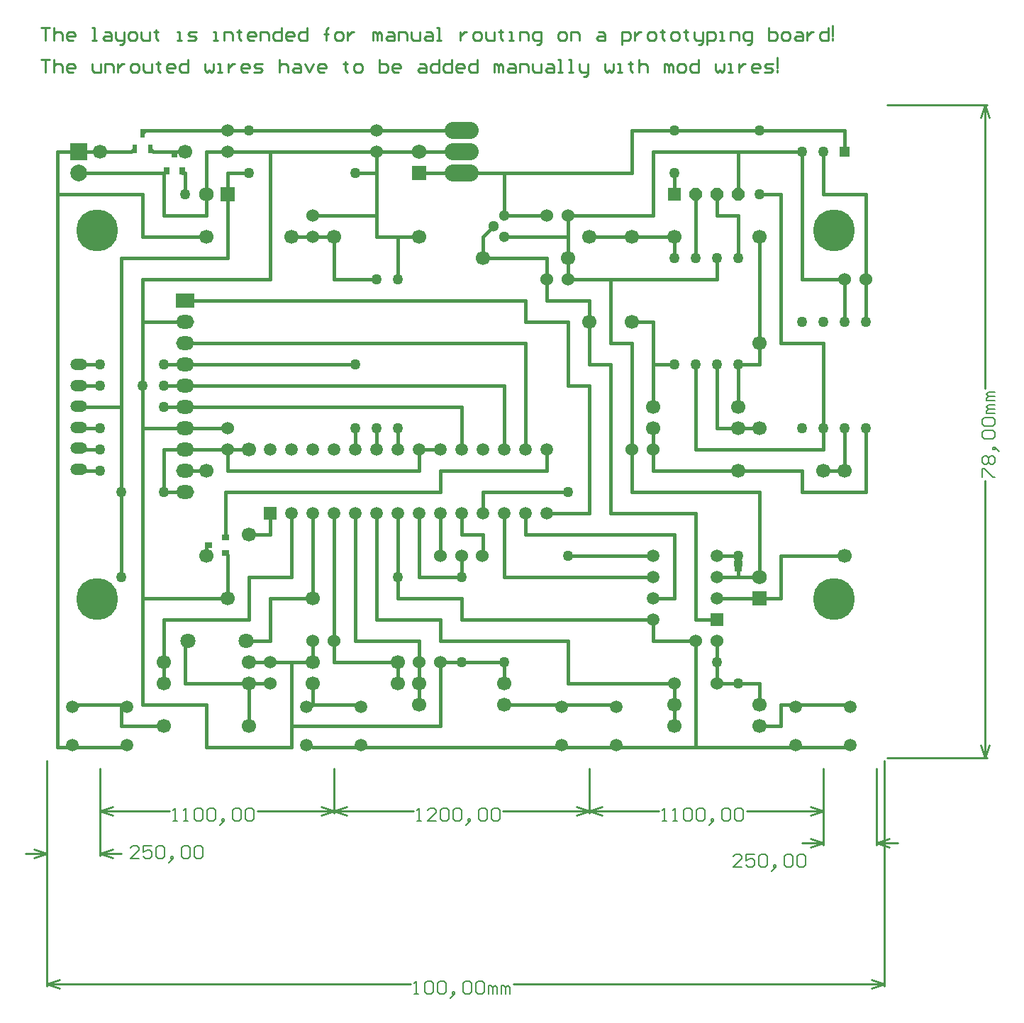
<source format=gbl>
G04 Layer_Physical_Order=2*
G04 Layer_Color=11436288*
%FSLAX25Y25*%
%MOIN*%
G70*
G01*
G75*
%ADD13C,0.01500*%
%ADD14C,0.01000*%
%ADD15C,0.00600*%
%ADD16R,0.07874X0.07874*%
%ADD17C,0.07874*%
%ADD18R,0.05906X0.05906*%
%ADD19C,0.05906*%
%ADD20C,0.06890*%
%ADD21R,0.06890X0.06890*%
%ADD22C,0.19685*%
%ADD23O,0.07874X0.05315*%
%ADD24O,0.08500X0.06500*%
%ADD25R,0.08500X0.06500*%
%ADD26C,0.06000*%
%ADD27C,0.06693*%
%ADD28C,0.07087*%
%ADD29R,0.05906X0.05906*%
%ADD30R,0.06890X0.06890*%
%ADD31O,0.16000X0.08000*%
%ADD32C,0.05118*%
%ADD33C,0.05000*%
%ADD34R,0.05000X0.05000*%
%ADD35R,0.06000X0.06000*%
%ADD36P,0.06494X8X22.5*%
%ADD37R,0.03543X0.03150*%
%ADD38R,0.03150X0.03543*%
%ADD39R,0.02362X0.04331*%
%ADD40R,0.03543X0.03347*%
%ADD41R,0.04000X0.02900*%
D13*
X638701Y638701D02*
X638701Y648701D01*
X558701Y678701D02*
X638701Y678701D01*
X798701Y728701D02*
X798701Y758701D01*
X788701Y728701D02*
X788701Y738701D01*
X808701Y748701D02*
X808701Y758701D01*
X808701Y748701D02*
X818701Y748701D01*
X818701Y728701D02*
X818701Y748701D01*
X778701Y658701D02*
X778701Y678701D01*
X788701Y678701D01*
X818701Y658701D02*
X818701Y678701D01*
X808701Y648701D02*
X818701Y648701D01*
X808701Y648701D02*
X808701Y678701D01*
X818701Y648701D02*
X828701Y648701D01*
X828701Y688701D02*
X828701Y738701D01*
X798701Y638701D02*
X798701Y678701D01*
X798701Y638701D02*
X858701Y638701D01*
X858701Y648701D01*
X858701Y628701D02*
X868701Y628701D01*
X868701Y648701D01*
X868701Y698701D02*
X868701Y718701D01*
X878701Y698701D02*
X878701Y718701D01*
X878701Y758701D01*
X858701Y758701D02*
X878701Y758701D01*
X858701Y758701D02*
X858701Y778701D01*
X778701Y628701D02*
X778701Y638701D01*
X778701Y648701D01*
X828701Y678701D02*
X828701Y688701D01*
X818701Y678701D02*
X828701Y678701D01*
X698701Y728701D02*
X698701Y738701D01*
X703701Y743701D01*
X738701Y718701D02*
X738701Y728701D01*
X708701Y748701D02*
X728701Y748701D01*
X848701Y718701D02*
X848701Y778701D01*
X848701Y718701D02*
X868701Y718701D01*
X818701Y758701D02*
X818701Y778701D01*
X778701Y778701D02*
X818701Y778701D01*
X848701Y778701D01*
X788701Y758701D02*
X788701Y768701D01*
X768701Y788701D02*
X788701Y788701D01*
X858701Y648701D02*
X858701Y688701D01*
X838701Y688701D02*
X858701Y688701D01*
X838701Y688701D02*
X838701Y758701D01*
X828701Y758701D02*
X838701Y758701D01*
X788701Y788701D02*
X828701Y788701D01*
X848701Y618701D02*
X878701Y618701D01*
X878701Y648701D01*
X768701Y618701D02*
X768701Y638701D01*
X828701Y578622D02*
X828701Y618701D01*
X758701Y608701D02*
X758701Y678701D01*
X768701Y638701D02*
X768701Y688701D01*
X508701Y778701D02*
X518701Y778701D01*
X533504Y778701D01*
X534961Y780158D01*
X543898Y778701D02*
X558701Y778701D01*
X542441Y780158D02*
X543898Y778701D01*
X538701Y787244D02*
X540158Y788701D01*
X578701Y788701D01*
X498701Y778701D02*
X508701Y778701D01*
X578701Y788701D02*
X588701Y788701D01*
X648701Y788701D01*
X688701Y788701D01*
X648701Y768701D02*
X648701Y778701D01*
X638701Y768701D02*
X648701Y768701D01*
X738701Y748701D02*
X778701Y748701D01*
X778701Y778701D01*
X748701Y738701D02*
X768701Y738701D01*
X788701Y738701D01*
X768701Y768701D02*
X768701Y788701D01*
X708701Y748701D02*
X708701Y768701D01*
X688701Y768701D02*
X708701Y768701D01*
X768701Y768701D01*
X648701Y778701D02*
X688701Y778701D01*
X668701Y768780D02*
X688622Y768780D01*
X748701Y678701D02*
X748701Y698701D01*
X778701Y678701D02*
X778701Y698701D01*
X768701Y698701D02*
X778701Y698701D01*
X758701Y688701D02*
X768701Y688701D01*
X748701Y678701D02*
X758701Y678701D01*
X738701Y718701D02*
X758701Y718701D01*
X758701Y688701D02*
X758701Y718701D01*
X808701Y718701D01*
X808701Y728701D01*
X748701Y698701D02*
X748701Y708701D01*
X728701Y708701D02*
X748701Y708701D01*
X728701Y708701D02*
X728701Y718701D01*
X728701Y728701D01*
X698701Y728701D02*
X728701Y728701D01*
X718701Y698701D02*
X738701Y698701D01*
X708701Y738701D02*
X738701Y738701D01*
X738701Y728701D02*
X738701Y738701D01*
X738701Y748701D01*
X558701Y668701D02*
X708701Y668701D01*
X558701Y658701D02*
X688701Y658701D01*
X848701Y618701D02*
X848701Y628701D01*
X778701Y628701D02*
X818701Y628701D01*
X848701Y628701D01*
X768701Y618701D02*
X828701Y618701D01*
X798701Y558701D02*
X808701Y558701D01*
X798701Y558701D02*
X798701Y608701D01*
X758701Y608701D02*
X798701Y608701D01*
X838701Y588701D02*
X868701Y588701D01*
X838701Y568701D02*
X838701Y588701D01*
X808701Y568701D02*
X838701Y568701D01*
X808701Y588701D02*
X817701Y588701D01*
X818661Y578701D02*
X818701Y578740D01*
X808701Y578701D02*
X818661Y578701D01*
X818661Y583161D01*
X818661Y578701D02*
X828622Y578701D01*
X718701Y598701D02*
X788701Y598701D01*
X788701Y568701D02*
X788701Y598701D01*
X778701Y568701D02*
X788701Y568701D01*
X708701Y578701D02*
X708701Y608701D01*
X708701Y578701D02*
X778701Y578701D01*
X718701Y598701D02*
X718701Y608701D01*
X738701Y668701D02*
X738701Y698701D01*
X498701Y498701D02*
X528701Y498701D01*
X738701Y668701D02*
X748701Y668701D01*
X748701Y608701D02*
X748701Y668701D01*
X728701Y608701D02*
X748701Y608701D01*
X698701Y608701D02*
X698701Y618701D01*
X738701Y618701D01*
X738701Y588701D02*
X778701Y588701D01*
X688701Y598701D02*
X688701Y608701D01*
X688701Y598701D02*
X698701Y598701D01*
X698701Y588858D02*
X698701Y598701D01*
X678701Y588858D02*
X678701Y608701D01*
X558701Y688701D02*
X718701Y688701D01*
X558701Y708701D02*
X718701Y708701D01*
X718701Y698701D02*
X718701Y708701D01*
X568701Y778701D02*
X578701Y778701D01*
X568701Y778701D02*
X568780Y778622D01*
X578701Y768701D02*
X588701Y768701D01*
X578622Y768622D02*
X578701Y768701D01*
X578622Y758701D02*
X578622Y768622D01*
X568780Y758701D02*
X568780Y778622D01*
X648701Y738701D02*
X648701Y748701D01*
X648701Y768701D01*
X668701Y628701D02*
X668701Y638701D01*
X678701Y638701D01*
X688701Y638701D02*
X688701Y658701D01*
X708701Y638701D02*
X708701Y668701D01*
X718701Y638701D02*
X718701Y688701D01*
X648701Y638701D02*
X648701Y648701D01*
X870354Y498701D02*
X871496Y499843D01*
X870354Y518701D02*
X871496Y517559D01*
X838701Y508701D02*
X838701Y518701D01*
X828701Y508701D02*
X838701Y508701D01*
X838701Y518701D02*
X870354Y518701D01*
X788701Y508701D02*
X788701Y518701D01*
X788701Y528701D01*
X708701Y518701D02*
X760354Y518701D01*
X507559Y517559D02*
X508701Y518701D01*
X618701Y518701D02*
X618701Y528701D01*
X617559Y517559D02*
X618701Y518701D01*
X638701Y518701D01*
X658701Y528701D02*
X658701Y538701D01*
X628701Y548701D02*
X628701Y608701D01*
X738701Y528701D02*
X788701Y528701D01*
X578701Y628701D02*
X668701Y628701D01*
X578701Y628701D02*
X578701Y638701D01*
X558701Y638701D02*
X578701Y638701D01*
X508701Y639331D02*
X509331Y638701D01*
X508701Y629488D02*
X509488Y628701D01*
X508701Y649173D02*
X509173Y648701D01*
X518701Y648701D01*
X508701Y678701D02*
X518701Y678701D01*
X598701Y598701D02*
X598701Y608701D01*
X588701Y598701D02*
X598701Y598701D01*
X728701Y628701D02*
X728701Y638701D01*
X678701Y628701D02*
X728701Y628701D01*
X678701Y618701D02*
X678701Y628701D01*
X577638Y618701D02*
X678701Y618701D01*
X778701Y548701D02*
X778701Y558701D01*
X778701Y548701D02*
X798701Y548701D01*
X828701Y518701D02*
X828701Y528701D01*
X708701Y528701D02*
X708701Y538701D01*
X618701Y538701D02*
X618701Y548701D01*
X628701Y538701D02*
X658701Y538701D01*
X628701Y538701D02*
X628701Y548701D01*
X638701Y548701D02*
X638701Y608701D01*
X648701Y558701D02*
X648701Y608701D01*
X668701Y578701D02*
X668701Y608701D01*
X668701Y578701D02*
X688701Y578701D01*
X688701Y588701D01*
X798701Y498701D02*
X798701Y548701D01*
X618701Y498701D02*
X798701Y498701D01*
X870354Y498701D01*
X558701Y648701D02*
X578701Y648701D01*
X578701Y638701D02*
X588701Y638701D01*
X558701Y628701D02*
X568701Y628701D01*
X528701Y728701D02*
X578622Y728701D01*
X578622Y758701D01*
X598701Y718701D02*
X598701Y778701D01*
X538701Y648701D02*
X558701Y648701D01*
X578701Y778701D02*
X598701Y778701D01*
X648701Y778701D01*
X528701Y508701D02*
X548701Y508701D01*
X508701Y518701D02*
X528701Y518701D01*
X528701Y508701D02*
X528701Y518701D01*
X588701Y538701D02*
X598701Y538701D01*
X538701Y518701D02*
X538701Y568701D01*
X738701Y528701D02*
X738701Y548701D01*
X668701Y518701D02*
X668701Y528701D01*
X638701Y548701D02*
X668701Y548701D01*
X668701Y528701D02*
X668701Y548701D01*
X678701Y548701D02*
X738701Y548701D01*
X648701Y558701D02*
X678701Y558701D01*
X678701Y548701D02*
X678701Y558701D01*
X658701Y568701D02*
X688701Y568701D01*
X688701Y558701D02*
X778701Y558701D01*
X688701Y558701D02*
X688701Y568701D01*
X608701Y508701D02*
X608701Y538701D01*
X608701Y508701D02*
X678701Y508701D01*
X678701Y538701D01*
X598701Y538701D02*
X608701Y538701D01*
X618701Y538701D01*
X538701Y518701D02*
X568701Y518701D01*
X568701Y498701D02*
X568701Y518701D01*
X808701Y528701D02*
X808701Y538701D01*
X808701Y548701D01*
X678701Y538701D02*
X688701Y538701D01*
X708701Y538701D01*
X808701Y528701D02*
X818701Y528701D01*
X828701Y528701D01*
X628701Y718701D02*
X648701Y718701D01*
X628701Y718701D02*
X628701Y738701D01*
X608701Y738701D02*
X618701Y738701D01*
X628701Y738701D01*
X618701Y748701D02*
X648701Y748701D01*
X538701Y718701D02*
X598701Y718701D01*
X538701Y738701D02*
X568701Y738701D01*
X538701Y738701D02*
X538701Y758701D01*
X498701Y758701D02*
X538701Y758701D01*
X498701Y498701D02*
X498701Y758701D01*
X498701Y778701D01*
X508701Y768701D02*
X548701Y768701D01*
X548701Y748701D02*
X568701Y748701D01*
X548701Y748701D02*
X548701Y768701D01*
X568701Y748701D02*
X568701Y758701D01*
X538701Y698701D02*
X558701Y698701D01*
X548701Y638701D02*
X558701Y638701D01*
X568701Y593701D02*
X569764Y593701D01*
X568701Y588701D02*
X568701Y593701D01*
X548701Y618701D02*
X558701Y618701D01*
X548701Y618701D02*
X548701Y638701D01*
X577638Y597441D02*
X577638Y618701D01*
X508701Y658701D02*
X508701Y659016D01*
X508701Y668701D02*
X508701Y668858D01*
X538701Y698701D02*
X538701Y718701D01*
X508701Y638701D02*
X508701Y639331D01*
X548701Y678701D02*
X558701Y678701D01*
X508701Y638701D02*
X509331Y638701D01*
X518701Y638701D01*
X508701Y628701D02*
X508701Y629488D01*
X548701Y668701D02*
X558701Y668701D01*
X508701Y628701D02*
X509488Y628701D01*
X518701Y628701D01*
X538701Y568701D02*
X538701Y648701D01*
X658701Y568701D02*
X658701Y578701D01*
X658701Y608701D01*
X658701Y638701D02*
X658701Y648701D01*
X658701Y718701D02*
X658701Y738701D01*
X648701Y738701D02*
X658701Y738701D01*
X668701Y738701D01*
X557441Y768701D02*
X557441Y769764D01*
X558701Y758701D02*
X558701Y768701D01*
X557441Y768701D02*
X558701Y768701D01*
X548701Y658701D02*
X558701Y658701D01*
X508701Y658701D02*
X528701Y658701D01*
X528701Y578701D02*
X528701Y728701D01*
X538701Y648701D02*
X538701Y668701D01*
X538701Y698701D01*
X508701Y668701D02*
X518701Y668701D01*
X868701Y778701D02*
X868701Y788701D01*
X828701Y788701D02*
X868701Y788701D01*
X538701Y568701D02*
X578701Y568701D01*
X578701Y588898D01*
X618701Y568701D02*
X618701Y608701D01*
X598701Y568701D02*
X618701Y568701D01*
X608701Y578701D02*
X608701Y608701D01*
X588701Y578701D02*
X608701Y578701D01*
X588701Y558701D02*
X588701Y578701D01*
X548701Y558701D02*
X588701Y558701D01*
X548701Y528701D02*
X548701Y538701D01*
X548701Y558701D01*
X588701Y508701D02*
X588701Y528701D01*
X598701Y528701D01*
X598701Y548701D02*
X598701Y568701D01*
X598700Y548700D02*
X598701Y548701D01*
X587480Y548700D02*
X598700Y548700D01*
X568701Y498701D02*
X608701Y498701D01*
X608701Y508701D01*
X558701Y528701D02*
X588701Y528701D01*
X558701Y528701D02*
X558701Y548701D01*
X559921Y548701D01*
D14*
X491201Y837199D02*
X495199Y837199D01*
X493200Y837199D01*
X493200Y831201D01*
X497199Y837199D02*
X497199Y831201D01*
X497199Y834200D01*
X498199Y835200D01*
X500198Y835200D01*
X501198Y834200D01*
X501198Y831201D01*
X506196Y831201D02*
X504197Y831201D01*
X503197Y832201D01*
X503197Y834200D01*
X504197Y835200D01*
X506196Y835200D01*
X507196Y834200D01*
X507196Y833200D01*
X503197Y833200D01*
X515193Y831201D02*
X517192Y831201D01*
X516193Y831201D01*
X516193Y837199D01*
X515193Y837199D01*
X521191Y835200D02*
X523190Y835200D01*
X524190Y834200D01*
X524190Y831201D01*
X521191Y831201D01*
X520191Y832201D01*
X521191Y833200D01*
X524190Y833200D01*
X526190Y835200D02*
X526190Y832201D01*
X527189Y831201D01*
X530188Y831201D01*
X530188Y830201D01*
X529188Y829201D01*
X528189Y829201D01*
X530188Y831201D02*
X530188Y835200D01*
X533187Y831201D02*
X535187Y831201D01*
X536186Y832201D01*
X536186Y834200D01*
X535187Y835200D01*
X533187Y835200D01*
X532188Y834200D01*
X532188Y832201D01*
X533187Y831201D01*
X538186Y835200D02*
X538186Y832201D01*
X539185Y831201D01*
X542184Y831201D01*
X542184Y835200D01*
X545183Y836199D02*
X545183Y835200D01*
X544184Y835200D01*
X546183Y835200D01*
X545183Y835200D01*
X545183Y832201D01*
X546183Y831201D01*
X555180Y831201D02*
X557179Y831201D01*
X556180Y831201D01*
X556180Y835200D01*
X555180Y835200D01*
X560179Y831201D02*
X563177Y831201D01*
X564177Y832201D01*
X563177Y833200D01*
X561178Y833200D01*
X560179Y834200D01*
X561178Y835200D01*
X564177Y835200D01*
X572175Y831201D02*
X574174Y831201D01*
X573174Y831201D01*
X573174Y835200D01*
X572175Y835200D01*
X577173Y831201D02*
X577173Y835200D01*
X580172Y835200D01*
X581172Y834200D01*
X581172Y831201D01*
X584171Y836199D02*
X584171Y835200D01*
X583171Y835200D01*
X585170Y835200D01*
X584171Y835200D01*
X584171Y832201D01*
X585170Y831201D01*
X591168Y831201D02*
X589169Y831201D01*
X588169Y832201D01*
X588169Y834200D01*
X589169Y835200D01*
X591168Y835200D01*
X592168Y834200D01*
X592168Y833200D01*
X588169Y833200D01*
X594168Y831201D02*
X594168Y835200D01*
X597166Y835200D01*
X598166Y834200D01*
X598166Y831201D01*
X604164Y837199D02*
X604164Y831201D01*
X601165Y831201D01*
X600166Y832201D01*
X600166Y834200D01*
X601165Y835200D01*
X604164Y835200D01*
X609163Y831201D02*
X607163Y831201D01*
X606164Y832201D01*
X606164Y834200D01*
X607163Y835200D01*
X609163Y835200D01*
X610162Y834200D01*
X610162Y833200D01*
X606164Y833200D01*
X616160Y837199D02*
X616160Y831201D01*
X613161Y831201D01*
X612162Y832201D01*
X612162Y834200D01*
X613161Y835200D01*
X616160Y835200D01*
X625157Y831201D02*
X625157Y836199D01*
X625157Y834200D01*
X624158Y834200D01*
X626157Y834200D01*
X625157Y834200D01*
X625157Y836199D01*
X626157Y837199D01*
X630156Y831201D02*
X632155Y831201D01*
X633155Y832201D01*
X633155Y834200D01*
X632155Y835200D01*
X630156Y835200D01*
X629156Y834200D01*
X629156Y832201D01*
X630156Y831201D01*
X635154Y835200D02*
X635154Y831201D01*
X635154Y833200D01*
X636154Y834200D01*
X637154Y835200D01*
X638153Y835200D01*
X647150Y831201D02*
X647150Y835200D01*
X648150Y835200D01*
X649150Y834200D01*
X649150Y831201D01*
X649150Y834200D01*
X650149Y835200D01*
X651149Y834200D01*
X651149Y831201D01*
X654148Y835200D02*
X656147Y835200D01*
X657147Y834200D01*
X657147Y831201D01*
X654148Y831201D01*
X653148Y832201D01*
X654148Y833200D01*
X657147Y833200D01*
X659146Y831201D02*
X659146Y835200D01*
X662146Y835200D01*
X663145Y834200D01*
X663145Y831201D01*
X665144Y835200D02*
X665144Y832201D01*
X666144Y831201D01*
X669143Y831201D01*
X669143Y835200D01*
X672142Y835200D02*
X674142Y835200D01*
X675141Y834200D01*
X675141Y831201D01*
X672142Y831201D01*
X671143Y832201D01*
X672142Y833200D01*
X675141Y833200D01*
X677141Y831201D02*
X679140Y831201D01*
X678140Y831201D01*
X678140Y837199D01*
X677141Y837199D01*
X688137Y835200D02*
X688137Y831201D01*
X688137Y833200D01*
X689137Y834200D01*
X690136Y835200D01*
X691136Y835200D01*
X695135Y831201D02*
X697134Y831201D01*
X698134Y832201D01*
X698134Y834200D01*
X697134Y835200D01*
X695135Y835200D01*
X694135Y834200D01*
X694135Y832201D01*
X695135Y831201D01*
X700133Y835200D02*
X700133Y832201D01*
X701133Y831201D01*
X704132Y831201D01*
X704132Y835200D01*
X707131Y836199D02*
X707131Y835200D01*
X706131Y835200D01*
X708131Y835200D01*
X707131Y835200D01*
X707131Y832201D01*
X708131Y831201D01*
X711130Y831201D02*
X713129Y831201D01*
X712129Y831201D01*
X712129Y835200D01*
X711130Y835200D01*
X716128Y831201D02*
X716128Y835200D01*
X719127Y835200D01*
X720127Y834200D01*
X720127Y831201D01*
X724125Y829201D02*
X725125Y829201D01*
X726125Y830201D01*
X726125Y835200D01*
X723126Y835200D01*
X722126Y834200D01*
X722126Y832201D01*
X723126Y831201D01*
X726125Y831201D01*
X735122Y831201D02*
X737121Y831201D01*
X738121Y832201D01*
X738121Y834200D01*
X737121Y835200D01*
X735122Y835200D01*
X734122Y834200D01*
X734122Y832201D01*
X735122Y831201D01*
X740120Y831201D02*
X740120Y835200D01*
X743119Y835200D01*
X744119Y834200D01*
X744119Y831201D01*
X753116Y835200D02*
X755115Y835200D01*
X756115Y834200D01*
X756115Y831201D01*
X753116Y831201D01*
X752116Y832201D01*
X753116Y833200D01*
X756115Y833200D01*
X764113Y829201D02*
X764113Y835200D01*
X767111Y835200D01*
X768111Y834200D01*
X768111Y832201D01*
X767111Y831201D01*
X764113Y831201D01*
X770111Y835200D02*
X770111Y831201D01*
X770111Y833200D01*
X771110Y834200D01*
X772110Y835200D01*
X773110Y835200D01*
X777108Y831201D02*
X779108Y831201D01*
X780107Y832201D01*
X780107Y834200D01*
X779108Y835200D01*
X777108Y835200D01*
X776109Y834200D01*
X776109Y832201D01*
X777108Y831201D01*
X783106Y836199D02*
X783106Y835200D01*
X782107Y835200D01*
X784106Y835200D01*
X783106Y835200D01*
X783106Y832201D01*
X784106Y831201D01*
X788105Y831201D02*
X790104Y831201D01*
X791104Y832201D01*
X791104Y834200D01*
X790104Y835200D01*
X788105Y835200D01*
X787105Y834200D01*
X787105Y832201D01*
X788105Y831201D01*
X794103Y836199D02*
X794103Y835200D01*
X793103Y835200D01*
X795103Y835200D01*
X794103Y835200D01*
X794103Y832201D01*
X795103Y831201D01*
X798102Y835200D02*
X798102Y832201D01*
X799101Y831201D01*
X802100Y831201D01*
X802100Y830201D01*
X801101Y829201D01*
X800101Y829201D01*
X802100Y831201D02*
X802100Y835200D01*
X804099Y829201D02*
X804099Y835200D01*
X807099Y835200D01*
X808098Y834200D01*
X808098Y832201D01*
X807099Y831201D01*
X804099Y831201D01*
X810098Y831201D02*
X812097Y831201D01*
X811097Y831201D01*
X811097Y835200D01*
X810098Y835200D01*
X815096Y831201D02*
X815096Y835200D01*
X818095Y835200D01*
X819095Y834200D01*
X819095Y831201D01*
X823093Y829201D02*
X824093Y829201D01*
X825093Y830201D01*
X825093Y835200D01*
X822094Y835200D01*
X821094Y834200D01*
X821094Y832201D01*
X822094Y831201D01*
X825093Y831201D01*
X833090Y837199D02*
X833090Y831201D01*
X836089Y831201D01*
X837089Y832201D01*
X837089Y833200D01*
X837089Y834200D01*
X836089Y835200D01*
X833090Y835200D01*
X840088Y831201D02*
X842087Y831201D01*
X843087Y832201D01*
X843087Y834200D01*
X842087Y835200D01*
X840088Y835200D01*
X839088Y834200D01*
X839088Y832201D01*
X840088Y831201D01*
X846086Y835200D02*
X848085Y835200D01*
X849085Y834200D01*
X849085Y831201D01*
X846086Y831201D01*
X845086Y832201D01*
X846086Y833200D01*
X849085Y833200D01*
X851084Y835200D02*
X851084Y831201D01*
X851084Y833200D01*
X852084Y834200D01*
X853084Y835200D01*
X854083Y835200D01*
X861081Y837199D02*
X861081Y831201D01*
X858082Y831201D01*
X857082Y832201D01*
X857082Y834200D01*
X858082Y835200D01*
X861081Y835200D01*
X863081Y833200D02*
X863081Y838198D01*
X863081Y832201D02*
X863081Y831201D01*
X491201Y822199D02*
X495199Y822199D01*
X493200Y822199D01*
X493200Y816201D01*
X497199Y822199D02*
X497199Y816201D01*
X497199Y819200D01*
X498199Y820199D01*
X500198Y820199D01*
X501198Y819200D01*
X501198Y816201D01*
X506196Y816201D02*
X504197Y816201D01*
X503197Y817200D01*
X503197Y819200D01*
X504197Y820199D01*
X506196Y820199D01*
X507196Y819200D01*
X507196Y818200D01*
X503197Y818200D01*
X515193Y820199D02*
X515193Y817200D01*
X516193Y816201D01*
X519192Y816201D01*
X519192Y820199D01*
X521191Y816201D02*
X521191Y820199D01*
X524190Y820199D01*
X525190Y819200D01*
X525190Y816201D01*
X527189Y820199D02*
X527189Y816201D01*
X527189Y818200D01*
X528189Y819200D01*
X529188Y820199D01*
X530188Y820199D01*
X534187Y816201D02*
X536186Y816201D01*
X537186Y817200D01*
X537186Y819200D01*
X536186Y820199D01*
X534187Y820199D01*
X533187Y819200D01*
X533187Y817200D01*
X534187Y816201D01*
X539185Y820199D02*
X539185Y817200D01*
X540185Y816201D01*
X543184Y816201D01*
X543184Y820199D01*
X546183Y821199D02*
X546183Y820199D01*
X545183Y820199D01*
X547183Y820199D01*
X546183Y820199D01*
X546183Y817200D01*
X547183Y816201D01*
X553181Y816201D02*
X551181Y816201D01*
X550182Y817200D01*
X550182Y819200D01*
X551181Y820199D01*
X553181Y820199D01*
X554180Y819200D01*
X554180Y818200D01*
X550182Y818200D01*
X560179Y822199D02*
X560179Y816201D01*
X557179Y816201D01*
X556180Y817200D01*
X556180Y819200D01*
X557179Y820199D01*
X560179Y820199D01*
X568176Y820199D02*
X568176Y817200D01*
X569176Y816201D01*
X570175Y817200D01*
X571175Y816201D01*
X572175Y817200D01*
X572175Y820199D01*
X574174Y816201D02*
X576173Y816201D01*
X575174Y816201D01*
X575174Y820199D01*
X574174Y820199D01*
X579172Y820199D02*
X579172Y816201D01*
X579172Y818200D01*
X580172Y819200D01*
X581172Y820199D01*
X582171Y820199D01*
X588169Y816201D02*
X586170Y816201D01*
X585170Y817200D01*
X585170Y819200D01*
X586170Y820199D01*
X588169Y820199D01*
X589169Y819200D01*
X589169Y818200D01*
X585170Y818200D01*
X591168Y816201D02*
X594168Y816201D01*
X595167Y817200D01*
X594168Y818200D01*
X592168Y818200D01*
X591168Y819200D01*
X592168Y820199D01*
X595167Y820199D01*
X603165Y822199D02*
X603165Y816201D01*
X603165Y819200D01*
X604164Y820199D01*
X606164Y820199D01*
X607163Y819200D01*
X607163Y816201D01*
X610162Y820199D02*
X612162Y820199D01*
X613161Y819200D01*
X613161Y816201D01*
X610162Y816201D01*
X609163Y817200D01*
X610162Y818200D01*
X613161Y818200D01*
X615161Y820199D02*
X617160Y816201D01*
X619159Y820199D01*
X624158Y816201D02*
X622158Y816201D01*
X621159Y817200D01*
X621159Y819200D01*
X622158Y820199D01*
X624158Y820199D01*
X625157Y819200D01*
X625157Y818200D01*
X621159Y818200D01*
X634155Y821199D02*
X634155Y820199D01*
X633155Y820199D01*
X635154Y820199D01*
X634155Y820199D01*
X634155Y817200D01*
X635154Y816201D01*
X639153Y816201D02*
X641152Y816201D01*
X642152Y817200D01*
X642152Y819200D01*
X641152Y820199D01*
X639153Y820199D01*
X638153Y819200D01*
X638153Y817200D01*
X639153Y816201D01*
X650149Y822199D02*
X650149Y816201D01*
X653148Y816201D01*
X654148Y817200D01*
X654148Y818200D01*
X654148Y819200D01*
X653148Y820199D01*
X650149Y820199D01*
X659146Y816201D02*
X657147Y816201D01*
X656147Y817200D01*
X656147Y819200D01*
X657147Y820199D01*
X659146Y820199D01*
X660146Y819200D01*
X660146Y818200D01*
X656147Y818200D01*
X669143Y820199D02*
X671143Y820199D01*
X672142Y819200D01*
X672142Y816201D01*
X669143Y816201D01*
X668144Y817200D01*
X669143Y818200D01*
X672142Y818200D01*
X678140Y822199D02*
X678140Y816201D01*
X675141Y816201D01*
X674142Y817200D01*
X674142Y819200D01*
X675141Y820199D01*
X678140Y820199D01*
X684138Y822199D02*
X684138Y816201D01*
X681139Y816201D01*
X680140Y817200D01*
X680140Y819200D01*
X681139Y820199D01*
X684138Y820199D01*
X689137Y816201D02*
X687137Y816201D01*
X686138Y817200D01*
X686138Y819200D01*
X687137Y820199D01*
X689137Y820199D01*
X690136Y819200D01*
X690136Y818200D01*
X686138Y818200D01*
X696135Y822199D02*
X696135Y816201D01*
X693135Y816201D01*
X692136Y817200D01*
X692136Y819200D01*
X693135Y820199D01*
X696135Y820199D01*
X704132Y816201D02*
X704132Y820199D01*
X705132Y820199D01*
X706131Y819200D01*
X706131Y816201D01*
X706131Y819200D01*
X707131Y820199D01*
X708131Y819200D01*
X708131Y816201D01*
X711130Y820199D02*
X713129Y820199D01*
X714129Y819200D01*
X714129Y816201D01*
X711130Y816201D01*
X710130Y817200D01*
X711130Y818200D01*
X714129Y818200D01*
X716128Y816201D02*
X716128Y820199D01*
X719127Y820199D01*
X720127Y819200D01*
X720127Y816201D01*
X722126Y820199D02*
X722126Y817200D01*
X723126Y816201D01*
X726125Y816201D01*
X726125Y820199D01*
X729124Y820199D02*
X731123Y820199D01*
X732123Y819200D01*
X732123Y816201D01*
X729124Y816201D01*
X728124Y817200D01*
X729124Y818200D01*
X732123Y818200D01*
X734122Y816201D02*
X736122Y816201D01*
X735122Y816201D01*
X735122Y822199D01*
X734122Y822199D01*
X739121Y816201D02*
X741120Y816201D01*
X740120Y816201D01*
X740120Y822199D01*
X739121Y822199D01*
X744119Y820199D02*
X744119Y817200D01*
X745119Y816201D01*
X748118Y816201D01*
X748118Y815201D01*
X747118Y814201D01*
X746118Y814201D01*
X748118Y816201D02*
X748118Y820199D01*
X756115Y820199D02*
X756115Y817200D01*
X757115Y816201D01*
X758114Y817200D01*
X759114Y816201D01*
X760114Y817200D01*
X760114Y820199D01*
X762113Y816201D02*
X764113Y816201D01*
X763113Y816201D01*
X763113Y820199D01*
X762113Y820199D01*
X768111Y821199D02*
X768111Y820199D01*
X767111Y820199D01*
X769111Y820199D01*
X768111Y820199D01*
X768111Y817200D01*
X769111Y816201D01*
X772110Y822199D02*
X772110Y816201D01*
X772110Y819200D01*
X773110Y820199D01*
X775109Y820199D01*
X776109Y819200D01*
X776109Y816201D01*
X784106Y816201D02*
X784106Y820199D01*
X785106Y820199D01*
X786105Y819200D01*
X786105Y816201D01*
X786105Y819200D01*
X787105Y820199D01*
X788105Y819200D01*
X788105Y816201D01*
X791104Y816201D02*
X793103Y816201D01*
X794103Y817200D01*
X794103Y819200D01*
X793103Y820199D01*
X791104Y820199D01*
X790104Y819200D01*
X790104Y817200D01*
X791104Y816201D01*
X800101Y822199D02*
X800101Y816201D01*
X797102Y816201D01*
X796102Y817200D01*
X796102Y819200D01*
X797102Y820199D01*
X800101Y820199D01*
X808098Y820199D02*
X808098Y817200D01*
X809098Y816201D01*
X810098Y817200D01*
X811097Y816201D01*
X812097Y817200D01*
X812097Y820199D01*
X814096Y816201D02*
X816096Y816201D01*
X815096Y816201D01*
X815096Y820199D01*
X814096Y820199D01*
X819095Y820199D02*
X819095Y816201D01*
X819095Y818200D01*
X820094Y819200D01*
X821094Y820199D01*
X822094Y820199D01*
X828092Y816201D02*
X826092Y816201D01*
X825093Y817200D01*
X825093Y819200D01*
X826092Y820199D01*
X828092Y820199D01*
X829091Y819200D01*
X829091Y818200D01*
X825093Y818200D01*
X831091Y816201D02*
X834090Y816201D01*
X835089Y817200D01*
X834090Y818200D01*
X832090Y818200D01*
X831091Y819200D01*
X832090Y820199D01*
X835089Y820199D01*
X837089Y818200D02*
X837089Y823199D01*
X837089Y817200D02*
X837089Y816201D01*
X628701Y467701D02*
X628701Y488701D01*
X518701Y467701D02*
X518701Y488701D01*
X592695Y468701D02*
X628701Y468701D01*
X518701Y468701D02*
X551507Y468701D01*
X622701Y470701D02*
X628701Y468701D01*
X622701Y466701D02*
X628701Y468701D01*
X518701Y468701D02*
X524701Y466701D01*
X518701Y468701D02*
X524701Y470701D01*
X748701Y467701D02*
X748701Y488701D01*
X628701Y467701D02*
X628701Y488701D01*
X708194Y468701D02*
X748701Y468701D01*
X628701Y468701D02*
X666007Y468701D01*
X742701Y470701D02*
X748701Y468701D01*
X742701Y466701D02*
X748701Y468701D01*
X628701Y468701D02*
X634701Y466701D01*
X628701Y468701D02*
X634701Y470701D01*
X858701Y467701D02*
X858701Y488701D01*
X748701Y467701D02*
X748701Y488701D01*
X822695Y468701D02*
X858701Y468701D01*
X748701Y468701D02*
X781507Y468701D01*
X852701Y470701D02*
X858701Y468701D01*
X852701Y466701D02*
X858701Y468701D01*
X748701Y468701D02*
X754701Y466701D01*
X748701Y468701D02*
X754701Y470701D01*
X518701Y447701D02*
X518701Y488701D01*
X493701Y447701D02*
X493701Y488701D01*
X483701Y448701D02*
X493701Y448701D01*
X518701Y448701D02*
X528701Y448701D01*
X487701Y450701D02*
X493701Y448701D01*
X487701Y446701D02*
X493701Y448701D01*
X518701Y448701D02*
X524701Y446701D01*
X518701Y448701D02*
X524701Y450701D01*
X858701Y452701D02*
X858701Y488701D01*
X883701Y452701D02*
X883701Y488701D01*
X883701Y453701D02*
X893701Y453701D01*
X848701Y453701D02*
X858701Y453701D01*
X883701Y453701D02*
X889701Y451701D01*
X883701Y453701D02*
X889701Y455701D01*
X852701Y455701D02*
X858701Y453701D01*
X852701Y451701D02*
X858701Y453701D01*
X887402Y386402D02*
X887402Y492307D01*
X493701Y386402D02*
X493701Y492307D01*
X713044Y387402D02*
X887402Y387402D01*
X493701Y387402D02*
X664858Y387402D01*
X881402Y389402D02*
X887402Y387402D01*
X881402Y385402D02*
X887402Y387402D01*
X493701Y387402D02*
X499701Y385402D01*
X493701Y387402D02*
X499701Y389402D01*
X888795Y800787D02*
X935646Y800787D01*
X888795Y493701D02*
X935646Y493701D01*
X934646Y667238D02*
X934646Y800787D01*
X934646Y493701D02*
X934646Y624051D01*
X932646Y794787D02*
X934646Y800787D01*
X936646Y794787D01*
X934646Y493701D02*
X936646Y499701D01*
X932646Y499701D02*
X934646Y493701D01*
D15*
X553107Y464102D02*
X555106Y464102D01*
X554107Y464102D01*
X554107Y470100D01*
X553107Y469101D01*
X558105Y464102D02*
X560105Y464102D01*
X559105Y464102D01*
X559105Y470100D01*
X558105Y469101D01*
X563104Y469101D02*
X564103Y470100D01*
X566103Y470100D01*
X567102Y469101D01*
X567102Y465102D01*
X566103Y464102D01*
X564103Y464102D01*
X563104Y465102D01*
X563104Y469101D01*
X569102Y469101D02*
X570101Y470100D01*
X572101Y470100D01*
X573101Y469101D01*
X573101Y465102D01*
X572101Y464102D01*
X570101Y464102D01*
X569102Y465102D01*
X569102Y469101D01*
X576099Y463102D02*
X577099Y464102D01*
X577099Y465102D01*
X576099Y465102D01*
X576099Y464102D01*
X577099Y464102D01*
X576099Y463102D01*
X575100Y462103D01*
X581098Y469101D02*
X582097Y470100D01*
X584097Y470100D01*
X585097Y469101D01*
X585097Y465102D01*
X584097Y464102D01*
X582097Y464102D01*
X581098Y465102D01*
X581098Y469101D01*
X587096Y469101D02*
X588096Y470100D01*
X590095Y470100D01*
X591095Y469101D01*
X591095Y465102D01*
X590095Y464102D01*
X588096Y464102D01*
X587096Y465102D01*
X587096Y469101D01*
X667607Y464102D02*
X669606Y464102D01*
X668607Y464102D01*
X668607Y470100D01*
X667607Y469101D01*
X676604Y464102D02*
X672606Y464102D01*
X676604Y468101D01*
X676604Y469101D01*
X675604Y470100D01*
X673605Y470100D01*
X672606Y469101D01*
X678604Y469101D02*
X679603Y470100D01*
X681603Y470100D01*
X682602Y469101D01*
X682602Y465102D01*
X681603Y464102D01*
X679603Y464102D01*
X678604Y465102D01*
X678604Y469101D01*
X684602Y469101D02*
X685601Y470100D01*
X687601Y470100D01*
X688600Y469101D01*
X688600Y465102D01*
X687601Y464102D01*
X685601Y464102D01*
X684602Y465102D01*
X684602Y469101D01*
X691599Y463102D02*
X692599Y464102D01*
X692599Y465102D01*
X691599Y465102D01*
X691599Y464102D01*
X692599Y464102D01*
X691599Y463102D01*
X690600Y462103D01*
X696598Y469101D02*
X697597Y470100D01*
X699597Y470100D01*
X700596Y469101D01*
X700596Y465102D01*
X699597Y464102D01*
X697597Y464102D01*
X696598Y465102D01*
X696598Y469101D01*
X702596Y469101D02*
X703595Y470100D01*
X705595Y470100D01*
X706595Y469101D01*
X706595Y465102D01*
X705595Y464102D01*
X703595Y464102D01*
X702596Y465102D01*
X702596Y469101D01*
X783107Y464102D02*
X785106Y464102D01*
X784107Y464102D01*
X784107Y470100D01*
X783107Y469101D01*
X788105Y464102D02*
X790105Y464102D01*
X789105Y464102D01*
X789105Y470100D01*
X788105Y469101D01*
X793104Y469101D02*
X794103Y470100D01*
X796103Y470100D01*
X797102Y469101D01*
X797102Y465102D01*
X796103Y464102D01*
X794103Y464102D01*
X793104Y465102D01*
X793104Y469101D01*
X799102Y469101D02*
X800101Y470100D01*
X802101Y470100D01*
X803100Y469101D01*
X803100Y465102D01*
X802101Y464102D01*
X800101Y464102D01*
X799102Y465102D01*
X799102Y469101D01*
X806100Y463102D02*
X807099Y464102D01*
X807099Y465102D01*
X806100Y465102D01*
X806100Y464102D01*
X807099Y464102D01*
X806100Y463102D01*
X805100Y462103D01*
X811098Y469101D02*
X812097Y470100D01*
X814097Y470100D01*
X815097Y469101D01*
X815097Y465102D01*
X814097Y464102D01*
X812097Y464102D01*
X811098Y465102D01*
X811098Y469101D01*
X817096Y469101D02*
X818096Y470100D01*
X820095Y470100D01*
X821095Y469101D01*
X821095Y465102D01*
X820095Y464102D01*
X818096Y464102D01*
X817096Y465102D01*
X817096Y469101D01*
X537070Y446457D02*
X533071Y446457D01*
X537070Y450455D01*
X537070Y451455D01*
X536070Y452455D01*
X534071Y452455D01*
X533071Y451455D01*
X543068Y452455D02*
X539069Y452455D01*
X539069Y449456D01*
X541068Y450455D01*
X542068Y450455D01*
X543068Y449456D01*
X543068Y447456D01*
X542068Y446457D01*
X540069Y446457D01*
X539069Y447456D01*
X545067Y451455D02*
X546067Y452455D01*
X548066Y452455D01*
X549066Y451455D01*
X549066Y447456D01*
X548066Y446457D01*
X546067Y446457D01*
X545067Y447456D01*
X545067Y451455D01*
X552065Y445457D02*
X553064Y446457D01*
X553064Y447456D01*
X552065Y447456D01*
X552065Y446457D01*
X553064Y446457D01*
X552065Y445457D01*
X551065Y444457D01*
X557063Y451455D02*
X558063Y452455D01*
X560062Y452455D01*
X561062Y451455D01*
X561062Y447456D01*
X560062Y446457D01*
X558063Y446457D01*
X557063Y447456D01*
X557063Y451455D01*
X563061Y451455D02*
X564061Y452455D01*
X566060Y452455D01*
X567060Y451455D01*
X567060Y447456D01*
X566060Y446457D01*
X564061Y446457D01*
X563061Y447456D01*
X563061Y451455D01*
X820534Y442520D02*
X816535Y442520D01*
X820534Y446518D01*
X820534Y447518D01*
X819534Y448518D01*
X817535Y448518D01*
X816535Y447518D01*
X826532Y448518D02*
X822534Y448518D01*
X822534Y445519D01*
X824533Y446518D01*
X825533Y446518D01*
X826532Y445519D01*
X826532Y443519D01*
X825533Y442520D01*
X823533Y442520D01*
X822534Y443519D01*
X828532Y447518D02*
X829531Y448518D01*
X831531Y448518D01*
X832530Y447518D01*
X832530Y443519D01*
X831531Y442520D01*
X829531Y442520D01*
X828532Y443519D01*
X828532Y447518D01*
X835529Y441520D02*
X836529Y442520D01*
X836529Y443519D01*
X835529Y443519D01*
X835529Y442520D01*
X836529Y442520D01*
X835529Y441520D01*
X834530Y440520D01*
X840528Y447518D02*
X841527Y448518D01*
X843527Y448518D01*
X844526Y447518D01*
X844526Y443519D01*
X843527Y442520D01*
X841527Y442520D01*
X840528Y443519D01*
X840528Y447518D01*
X846526Y447518D02*
X847525Y448518D01*
X849525Y448518D01*
X850525Y447518D01*
X850525Y443519D01*
X849525Y442520D01*
X847525Y442520D01*
X846526Y443519D01*
X846526Y447518D01*
X666459Y382803D02*
X668458Y382803D01*
X667458Y382803D01*
X667458Y388801D01*
X666459Y387801D01*
X671457Y387801D02*
X672457Y388801D01*
X674456Y388801D01*
X675456Y387801D01*
X675456Y383803D01*
X674456Y382803D01*
X672457Y382803D01*
X671457Y383803D01*
X671457Y387801D01*
X677455Y387801D02*
X678455Y388801D01*
X680454Y388801D01*
X681454Y387801D01*
X681454Y383803D01*
X680454Y382803D01*
X678455Y382803D01*
X677455Y383803D01*
X677455Y387801D01*
X684453Y381803D02*
X685452Y382803D01*
X685452Y383803D01*
X684453Y383803D01*
X684453Y382803D01*
X685452Y382803D01*
X684453Y381803D01*
X683453Y380803D01*
X689451Y387801D02*
X690451Y388801D01*
X692450Y388801D01*
X693450Y387801D01*
X693450Y383803D01*
X692450Y382803D01*
X690451Y382803D01*
X689451Y383803D01*
X689451Y387801D01*
X695449Y387801D02*
X696449Y388801D01*
X698448Y388801D01*
X699448Y387801D01*
X699448Y383803D01*
X698448Y382803D01*
X696449Y382803D01*
X695449Y383803D01*
X695449Y387801D01*
X701447Y382803D02*
X701447Y386802D01*
X702447Y386802D01*
X703446Y385802D01*
X703446Y382803D01*
X703446Y385802D01*
X704446Y386802D01*
X705446Y385802D01*
X705446Y382803D01*
X707445Y382803D02*
X707445Y386802D01*
X708445Y386802D01*
X709445Y385802D01*
X709445Y382803D01*
X709445Y385802D01*
X710444Y386802D01*
X711444Y385802D01*
X711444Y382803D01*
X933246Y625651D02*
X933246Y629649D01*
X934246Y629649D01*
X938245Y625651D01*
X939244Y625651D01*
X934246Y631649D02*
X933246Y632648D01*
X933246Y634648D01*
X934246Y635647D01*
X935246Y635647D01*
X936245Y634648D01*
X937245Y635647D01*
X938245Y635647D01*
X939244Y634648D01*
X939244Y632648D01*
X938245Y631649D01*
X937245Y631649D01*
X936245Y632648D01*
X935246Y631649D01*
X934246Y631649D01*
X936245Y632648D02*
X936245Y634648D01*
X940244Y638646D02*
X939244Y639646D01*
X938245Y639646D01*
X938245Y638646D01*
X939244Y638646D01*
X939244Y639646D01*
X940244Y638646D01*
X941244Y637647D01*
X934246Y643645D02*
X933246Y644644D01*
X933246Y646644D01*
X934246Y647644D01*
X938245Y647644D01*
X939244Y646644D01*
X939244Y644644D01*
X938245Y643645D01*
X934246Y643645D01*
X934246Y649643D02*
X933246Y650642D01*
X933246Y652642D01*
X934246Y653642D01*
X938245Y653642D01*
X939244Y652642D01*
X939244Y650642D01*
X938245Y649643D01*
X934246Y649643D01*
X939244Y655641D02*
X935246Y655641D01*
X935246Y656640D01*
X936245Y657640D01*
X939244Y657640D01*
X936245Y657640D01*
X935246Y658640D01*
X936245Y659640D01*
X939244Y659640D01*
X939244Y661639D02*
X935246Y661639D01*
X935246Y662639D01*
X936245Y663638D01*
X939244Y663638D01*
X936245Y663638D01*
X935246Y664638D01*
X936245Y665638D01*
X939244Y665638D01*
D16*
X508701Y778701D02*
D03*
D17*
X508701Y768701D02*
D03*
D18*
X808701Y558701D02*
D03*
D19*
X808701Y568701D02*
D03*
X808701Y578701D02*
D03*
X808701Y588701D02*
D03*
X778701Y558701D02*
D03*
X778701Y568701D02*
D03*
X778701Y578701D02*
D03*
X778701Y588701D02*
D03*
X531496Y499843D02*
D03*
X531496Y517559D02*
D03*
X505905Y499843D02*
D03*
X505905Y517559D02*
D03*
X615906Y517559D02*
D03*
X615906Y499843D02*
D03*
X641496Y517559D02*
D03*
X641496Y499843D02*
D03*
X608701Y608701D02*
D03*
X618701Y608701D02*
D03*
X628701Y608701D02*
D03*
X638701Y608701D02*
D03*
X648701Y608701D02*
D03*
X658701Y608701D02*
D03*
X668701Y608701D02*
D03*
X678701Y608701D02*
D03*
X688701Y608701D02*
D03*
X698701Y608701D02*
D03*
X708701Y608701D02*
D03*
X718701Y608701D02*
D03*
X728701Y608701D02*
D03*
X598701Y638701D02*
D03*
X608701Y638701D02*
D03*
X618701Y638701D02*
D03*
X628701Y638701D02*
D03*
X638701Y638701D02*
D03*
X648701Y638701D02*
D03*
X658701Y638701D02*
D03*
X668701Y638701D02*
D03*
X678701Y638701D02*
D03*
X688701Y638701D02*
D03*
X698701Y638701D02*
D03*
X708701Y638701D02*
D03*
X718701Y638701D02*
D03*
X728701Y638701D02*
D03*
X845905Y517559D02*
D03*
X845905Y499843D02*
D03*
X871496Y517559D02*
D03*
X871496Y499843D02*
D03*
X735906Y517559D02*
D03*
X735906Y499843D02*
D03*
X761496Y517559D02*
D03*
X761496Y499843D02*
D03*
D20*
X668701Y778622D02*
D03*
X568780Y758701D02*
D03*
X828701Y578622D02*
D03*
D21*
X668701Y768780D02*
D03*
X828701Y568780D02*
D03*
D22*
X517323Y568504D02*
D03*
X517323Y741732D02*
D03*
X863780Y568504D02*
D03*
X863780Y741732D02*
D03*
D23*
X508701Y678701D02*
D03*
X508701Y668858D02*
D03*
X508701Y659016D02*
D03*
X508701Y649173D02*
D03*
X508701Y639331D02*
D03*
X508701Y629488D02*
D03*
D24*
X558701Y618701D02*
D03*
X558701Y628701D02*
D03*
X558701Y638701D02*
D03*
X558701Y648701D02*
D03*
X558701Y658701D02*
D03*
X558701Y668701D02*
D03*
X558701Y678701D02*
D03*
X558701Y688701D02*
D03*
X558701Y698701D02*
D03*
D25*
X558701Y708701D02*
D03*
D26*
X688701Y588701D02*
D03*
X678858Y588701D02*
D03*
X698543Y588701D02*
D03*
X598701Y528701D02*
D03*
X598701Y538701D02*
D03*
X628701Y548701D02*
D03*
X618701Y548701D02*
D03*
X578701Y638701D02*
D03*
X578701Y648701D02*
D03*
X618701Y738701D02*
D03*
X618701Y748701D02*
D03*
X578701Y788701D02*
D03*
X578701Y778701D02*
D03*
X648701Y788701D02*
D03*
X648701Y778701D02*
D03*
X738701Y718701D02*
D03*
X728701Y718701D02*
D03*
X738701Y748701D02*
D03*
X728701Y748701D02*
D03*
X868701Y718701D02*
D03*
X878701Y718701D02*
D03*
X768701Y638701D02*
D03*
X778701Y638701D02*
D03*
X808701Y548701D02*
D03*
X798701Y548701D02*
D03*
X788701Y528701D02*
D03*
X808701Y528701D02*
D03*
X668701Y538701D02*
D03*
X678701Y538701D02*
D03*
D27*
X588701Y508701D02*
D03*
X548701Y508701D02*
D03*
X548701Y528701D02*
D03*
X588701Y528701D02*
D03*
X588701Y538701D02*
D03*
X548701Y538701D02*
D03*
X578701Y568701D02*
D03*
X618701Y568701D02*
D03*
X658701Y528701D02*
D03*
X618701Y528701D02*
D03*
X618701Y538701D02*
D03*
X658701Y538701D02*
D03*
X668701Y518701D02*
D03*
X708701Y518701D02*
D03*
X708701Y528701D02*
D03*
X668701Y528701D02*
D03*
X588701Y598701D02*
D03*
X588701Y638701D02*
D03*
X568701Y628701D02*
D03*
X568701Y588701D02*
D03*
X668701Y738701D02*
D03*
X628701Y738701D02*
D03*
X608701Y738701D02*
D03*
X568701Y738701D02*
D03*
X558701Y778701D02*
D03*
X518701Y778701D02*
D03*
X738701Y728701D02*
D03*
X698701Y728701D02*
D03*
X748701Y698701D02*
D03*
X748701Y738701D02*
D03*
X768701Y738701D02*
D03*
X768701Y698701D02*
D03*
X788701Y738701D02*
D03*
X828701Y738701D02*
D03*
X828701Y688701D02*
D03*
X828701Y648701D02*
D03*
X818701Y648701D02*
D03*
X778701Y648701D02*
D03*
X778701Y658701D02*
D03*
X818701Y658701D02*
D03*
X818701Y628701D02*
D03*
X858701Y628701D02*
D03*
X868701Y628701D02*
D03*
X868701Y588701D02*
D03*
X788701Y508701D02*
D03*
X828701Y508701D02*
D03*
X828701Y518701D02*
D03*
X788701Y518701D02*
D03*
D28*
X587480Y548700D02*
D03*
X559921Y548700D02*
D03*
D29*
X598701Y608701D02*
D03*
D30*
X578622Y758701D02*
D03*
D31*
X688701Y788701D02*
D03*
X688701Y778701D02*
D03*
X688701Y768701D02*
D03*
D32*
X708701Y738701D02*
D03*
X703701Y743701D02*
D03*
X708701Y748701D02*
D03*
D33*
X848701Y778701D02*
D03*
X858701Y778701D02*
D03*
X638701Y648701D02*
D03*
X638701Y678701D02*
D03*
X848701Y648701D02*
D03*
X858701Y648701D02*
D03*
X868701Y648701D02*
D03*
X878701Y648701D02*
D03*
X848701Y698701D02*
D03*
X858701Y698701D02*
D03*
X868701Y698701D02*
D03*
X878701Y698701D02*
D03*
X818701Y728701D02*
D03*
X808701Y728701D02*
D03*
X798701Y728701D02*
D03*
X788701Y728701D02*
D03*
X818701Y678701D02*
D03*
X808701Y678701D02*
D03*
X798701Y678701D02*
D03*
X788701Y678701D02*
D03*
X588701Y788701D02*
D03*
X588701Y768701D02*
D03*
X638701Y768701D02*
D03*
X788701Y768701D02*
D03*
X788701Y788701D02*
D03*
X828701Y758701D02*
D03*
X828701Y788701D02*
D03*
X738701Y618701D02*
D03*
X738701Y588701D02*
D03*
X648701Y648701D02*
D03*
X648701Y718701D02*
D03*
X518701Y648701D02*
D03*
X518701Y678701D02*
D03*
X708701Y538701D02*
D03*
X808701Y538701D02*
D03*
X688701Y538701D02*
D03*
X688701Y578701D02*
D03*
X818701Y528701D02*
D03*
X818701Y588701D02*
D03*
X518701Y668701D02*
D03*
X518701Y638701D02*
D03*
X548701Y678701D02*
D03*
X518701Y628701D02*
D03*
X548701Y668701D02*
D03*
X658701Y578701D02*
D03*
X528701Y578701D02*
D03*
X658701Y648701D02*
D03*
X658701Y718701D02*
D03*
X558701Y758701D02*
D03*
X548701Y658701D02*
D03*
X548701Y618701D02*
D03*
X528701Y618701D02*
D03*
X538701Y668701D02*
D03*
D34*
X868701Y778701D02*
D03*
D35*
X788701Y758701D02*
D03*
D36*
X798701Y758701D02*
D03*
X808701Y758701D02*
D03*
X818701Y758701D02*
D03*
D37*
X569764Y593701D02*
D03*
X577638Y589961D02*
D03*
X577638Y597441D02*
D03*
D38*
X553701Y777638D02*
D03*
X549961Y769764D02*
D03*
X557441Y769764D02*
D03*
D39*
X538701Y787244D02*
D03*
X534961Y780158D02*
D03*
X542441Y780158D02*
D03*
D40*
X818701Y587701D02*
D03*
X818701Y583201D02*
D03*
D41*
X818701Y585151D02*
D03*
M02*

</source>
